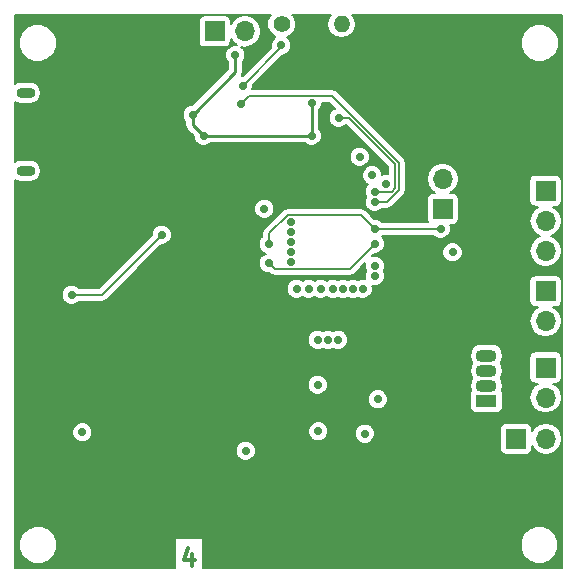
<source format=gbr>
G04 #@! TF.FileFunction,Copper,L4,Bot,Signal*
%FSLAX46Y46*%
G04 Gerber Fmt 4.6, Leading zero omitted, Abs format (unit mm)*
G04 Created by KiCad (PCBNEW 4.0.6) date 03/11/18 13:26:33*
%MOMM*%
%LPD*%
G01*
G04 APERTURE LIST*
%ADD10C,0.100000*%
%ADD11C,0.300000*%
%ADD12R,1.700000X1.700000*%
%ADD13O,1.700000X1.700000*%
%ADD14R,1.800000X1.070000*%
%ADD15O,1.800000X1.070000*%
%ADD16O,1.600000X0.900000*%
%ADD17C,1.400000*%
%ADD18O,1.400000X1.400000*%
%ADD19C,0.700000*%
%ADD20C,0.254000*%
%ADD21C,0.152400*%
%ADD22C,0.200000*%
G04 APERTURE END LIST*
D10*
D11*
X82585715Y-105278571D02*
X82585715Y-106278571D01*
X82228572Y-104707143D02*
X81871429Y-105778571D01*
X82800001Y-105778571D01*
D12*
X84500000Y-61000000D03*
D13*
X87040000Y-61000000D03*
D14*
X107500000Y-92270000D03*
D15*
X107500000Y-91000000D03*
X107500000Y-89730000D03*
X107500000Y-88460000D03*
D12*
X112500000Y-83000000D03*
D13*
X112500000Y-85540000D03*
D12*
X112500000Y-89460000D03*
D13*
X112500000Y-92000000D03*
D12*
X110000000Y-95500000D03*
D13*
X112540000Y-95500000D03*
D16*
X68475000Y-66200000D03*
X68475000Y-72800000D03*
D12*
X103800000Y-76040000D03*
D13*
X103800000Y-73500000D03*
D12*
X112500000Y-74500000D03*
D13*
X112500000Y-77040000D03*
X112500000Y-79580000D03*
D17*
X90150000Y-60400000D03*
D18*
X95230000Y-60400000D03*
D19*
X92710000Y-67056000D03*
X92710000Y-69850000D03*
X83566000Y-69850000D03*
X86225000Y-63000000D03*
X82625000Y-68075000D03*
X80400000Y-89950000D03*
X91050000Y-95000000D03*
X89916000Y-74930000D03*
X89916000Y-73660000D03*
X96200000Y-100500000D03*
X84200000Y-100500000D03*
X72300000Y-100500000D03*
X71000000Y-91700000D03*
X69000000Y-91700000D03*
X86029602Y-85368580D03*
X91100000Y-91900000D03*
X91100000Y-88000000D03*
X97100000Y-86800000D03*
X103200000Y-94300000D03*
X105000000Y-85500000D03*
X107100000Y-74400000D03*
X104300000Y-68000000D03*
X108300000Y-66600000D03*
X90932000Y-77960791D03*
X97200000Y-95050000D03*
X91440000Y-82804000D03*
X97810000Y-73180000D03*
X73290000Y-94950000D03*
X87110000Y-96520000D03*
X98950000Y-73920000D03*
X90932000Y-79665597D03*
X90932000Y-78813194D03*
X90932000Y-80518000D03*
X72390000Y-83312000D03*
X80010000Y-78232000D03*
X89075000Y-79000000D03*
X103632000Y-77724000D03*
X98044000Y-77724000D03*
X89080000Y-80620000D03*
X98044000Y-78994000D03*
X90125000Y-62175000D03*
X86875000Y-65600000D03*
X96774000Y-71628000D03*
X97028000Y-82804000D03*
X88700000Y-76025000D03*
X93472000Y-82804000D03*
X94996000Y-68326000D03*
X98044000Y-74585597D03*
X93250000Y-94850000D03*
X93218000Y-90932000D03*
X94470791Y-82804000D03*
X93218000Y-87122000D03*
X95323194Y-82804000D03*
X98044000Y-75438000D03*
X86673768Y-67173031D03*
X104625000Y-79700000D03*
X92456000Y-82804000D03*
X94070403Y-87122000D03*
X96175597Y-82804000D03*
X98300000Y-92150000D03*
X98044000Y-81714806D03*
X90932000Y-77108388D03*
X94922806Y-87122000D03*
X98044000Y-80862403D03*
D20*
X92710000Y-69850000D02*
X92710000Y-67056000D01*
X83566000Y-69850000D02*
X92710000Y-69850000D01*
X82625000Y-68075000D02*
X82625000Y-68909000D01*
X82625000Y-68909000D02*
X83566000Y-69850000D01*
X82625000Y-68075000D02*
X86225000Y-64475000D01*
X86225000Y-64475000D02*
X86225000Y-63000000D01*
X91100000Y-88000000D02*
X91100000Y-88494974D01*
X91100000Y-88494974D02*
X91200000Y-88594974D01*
D21*
X80010000Y-78232000D02*
X74930000Y-83312000D01*
X74930000Y-83312000D02*
X72390000Y-83312000D01*
X98044000Y-77724000D02*
X96849787Y-76529787D01*
X96849787Y-76529787D02*
X90654271Y-76529787D01*
X90654271Y-76529787D02*
X89075000Y-78109058D01*
X89075000Y-78109058D02*
X89075000Y-79000000D01*
X98044000Y-77724000D02*
X103632000Y-77724000D01*
X98044000Y-78994000D02*
X95941399Y-81096601D01*
X95941399Y-81096601D02*
X89556601Y-81096601D01*
X89556601Y-81096601D02*
X89080000Y-80620000D01*
X86875000Y-65600000D02*
X90125000Y-62350000D01*
X90125000Y-62350000D02*
X90125000Y-62175000D01*
X94996000Y-68326000D02*
X95834934Y-68326000D01*
X95834934Y-68326000D02*
X99771190Y-72262256D01*
X99481337Y-74585597D02*
X98044000Y-74585597D01*
X96184933Y-68675999D02*
X99771190Y-72262256D01*
X99771190Y-72262256D02*
X99771190Y-74295744D01*
X99771190Y-74295744D02*
X99481337Y-74585597D01*
X86673768Y-67173031D02*
X87369400Y-66477399D01*
X87369400Y-66477399D02*
X94417399Y-66477399D01*
X100076000Y-74422000D02*
X99060000Y-75438000D01*
X94417399Y-66477399D02*
X100076000Y-72136000D01*
X100076000Y-72136000D02*
X100076000Y-74422000D01*
X99060000Y-75438000D02*
X98044000Y-75438000D01*
D22*
G36*
X89133283Y-59719367D02*
X88950209Y-60160258D01*
X88949793Y-60637647D01*
X89132097Y-61078857D01*
X89469367Y-61416717D01*
X89619166Y-61478919D01*
X89404826Y-61692885D01*
X89275148Y-62005183D01*
X89274853Y-62343334D01*
X89287116Y-62373014D01*
X86910100Y-64750030D01*
X86780903Y-64749918D01*
X86804273Y-64714942D01*
X86852000Y-64475000D01*
X86852000Y-63575127D01*
X86945174Y-63482115D01*
X87074852Y-63169817D01*
X87075147Y-62831666D01*
X86946015Y-62519143D01*
X86744989Y-62317767D01*
X87040000Y-62376448D01*
X87556623Y-62273685D01*
X87994594Y-61981042D01*
X88287237Y-61543071D01*
X88390000Y-61026448D01*
X88390000Y-60973552D01*
X88287237Y-60456929D01*
X87994594Y-60018958D01*
X87556623Y-59726315D01*
X87040000Y-59623552D01*
X86523377Y-59726315D01*
X86085406Y-60018958D01*
X85859795Y-60356609D01*
X85859795Y-60150000D01*
X85824931Y-59964711D01*
X85715425Y-59794535D01*
X85548339Y-59680370D01*
X85350000Y-59640205D01*
X83650000Y-59640205D01*
X83464711Y-59675069D01*
X83294535Y-59784575D01*
X83180370Y-59951661D01*
X83140205Y-60150000D01*
X83140205Y-61850000D01*
X83175069Y-62035289D01*
X83284575Y-62205465D01*
X83451661Y-62319630D01*
X83650000Y-62359795D01*
X85350000Y-62359795D01*
X85535289Y-62324931D01*
X85705465Y-62215425D01*
X85819630Y-62048339D01*
X85859795Y-61850000D01*
X85859795Y-61643391D01*
X86085406Y-61981042D01*
X86338417Y-62150099D01*
X86056666Y-62149853D01*
X85744143Y-62278985D01*
X85504826Y-62517885D01*
X85375148Y-62830183D01*
X85374853Y-63168334D01*
X85503985Y-63480857D01*
X85598000Y-63575036D01*
X85598000Y-64215288D01*
X82588320Y-67224968D01*
X82456666Y-67224853D01*
X82144143Y-67353985D01*
X81904826Y-67592885D01*
X81775148Y-67905183D01*
X81774853Y-68243334D01*
X81903985Y-68555857D01*
X81998000Y-68650036D01*
X81998000Y-68909000D01*
X82045728Y-69148943D01*
X82127102Y-69270728D01*
X82181644Y-69352356D01*
X82715968Y-69886680D01*
X82715853Y-70018334D01*
X82844985Y-70330857D01*
X83083885Y-70570174D01*
X83396183Y-70699852D01*
X83734334Y-70700147D01*
X84046857Y-70571015D01*
X84141036Y-70477000D01*
X92134873Y-70477000D01*
X92227885Y-70570174D01*
X92540183Y-70699852D01*
X92878334Y-70700147D01*
X93190857Y-70571015D01*
X93430174Y-70332115D01*
X93559852Y-70019817D01*
X93560147Y-69681666D01*
X93431015Y-69369143D01*
X93337000Y-69274964D01*
X93337000Y-67631127D01*
X93430174Y-67538115D01*
X93559852Y-67225817D01*
X93560002Y-67053599D01*
X94178729Y-67053599D01*
X94667261Y-67542131D01*
X94515143Y-67604985D01*
X94275826Y-67843885D01*
X94146148Y-68156183D01*
X94145853Y-68494334D01*
X94274985Y-68806857D01*
X94513885Y-69046174D01*
X94826183Y-69175852D01*
X95164334Y-69176147D01*
X95476857Y-69047015D01*
X95609083Y-68915019D01*
X99194990Y-72500926D01*
X99194990Y-73101363D01*
X99119817Y-73070148D01*
X98781666Y-73069853D01*
X98660052Y-73120103D01*
X98660147Y-73011666D01*
X98531015Y-72699143D01*
X98292115Y-72459826D01*
X97979817Y-72330148D01*
X97641666Y-72329853D01*
X97329143Y-72458985D01*
X97089826Y-72697885D01*
X96960148Y-73010183D01*
X96959853Y-73348334D01*
X97088985Y-73660857D01*
X97327885Y-73900174D01*
X97468852Y-73958709D01*
X97323826Y-74103482D01*
X97194148Y-74415780D01*
X97193853Y-74753931D01*
X97300505Y-75012048D01*
X97194148Y-75268183D01*
X97193853Y-75606334D01*
X97322985Y-75918857D01*
X97561885Y-76158174D01*
X97874183Y-76287852D01*
X98212334Y-76288147D01*
X98524857Y-76159015D01*
X98669925Y-76014200D01*
X99060000Y-76014200D01*
X99280502Y-75970339D01*
X99467435Y-75845435D01*
X100483435Y-74829435D01*
X100608339Y-74642502D01*
X100652200Y-74422000D01*
X100652200Y-72136000D01*
X100608339Y-71915498D01*
X100483435Y-71728565D01*
X94824834Y-66069964D01*
X94637901Y-65945060D01*
X94417399Y-65901199D01*
X87670297Y-65901199D01*
X87724852Y-65769817D01*
X87725031Y-65564839D01*
X90264748Y-63025122D01*
X90293334Y-63025147D01*
X90605857Y-62896015D01*
X90845174Y-62657115D01*
X90974852Y-62344817D01*
X90974876Y-62316863D01*
X110399723Y-62316863D01*
X110642795Y-62905143D01*
X111092489Y-63355623D01*
X111680344Y-63599722D01*
X112316863Y-63600277D01*
X112905143Y-63357205D01*
X113355623Y-62907511D01*
X113599722Y-62319656D01*
X113600277Y-61683137D01*
X113357205Y-61094857D01*
X112907511Y-60644377D01*
X112319656Y-60400278D01*
X111683137Y-60399723D01*
X111094857Y-60642795D01*
X110644377Y-61092489D01*
X110400278Y-61680344D01*
X110399723Y-62316863D01*
X90974876Y-62316863D01*
X90975147Y-62006666D01*
X90846015Y-61694143D01*
X90645773Y-61493552D01*
X90828857Y-61417903D01*
X91166717Y-61080633D01*
X91349791Y-60639742D01*
X91350207Y-60162353D01*
X91167903Y-59721143D01*
X91022015Y-59575000D01*
X94342242Y-59575000D01*
X94097836Y-59940780D01*
X94006491Y-60400000D01*
X94097836Y-60859220D01*
X94357963Y-61248528D01*
X94747271Y-61508655D01*
X95206491Y-61600000D01*
X95253509Y-61600000D01*
X95712729Y-61508655D01*
X96102037Y-61248528D01*
X96362164Y-60859220D01*
X96453509Y-60400000D01*
X96362164Y-59940780D01*
X96117758Y-59575000D01*
X113925000Y-59575000D01*
X113925000Y-106425000D01*
X83514286Y-106425000D01*
X83514286Y-104816863D01*
X110379723Y-104816863D01*
X110622795Y-105405143D01*
X111072489Y-105855623D01*
X111660344Y-106099722D01*
X112296863Y-106100277D01*
X112885143Y-105857205D01*
X113335623Y-105407511D01*
X113579722Y-104819656D01*
X113580277Y-104183137D01*
X113337205Y-103594857D01*
X112887511Y-103144377D01*
X112299656Y-102900278D01*
X111663137Y-102899723D01*
X111074857Y-103142795D01*
X110624377Y-103592489D01*
X110380278Y-104180344D01*
X110379723Y-104816863D01*
X83514286Y-104816863D01*
X83514286Y-103900000D01*
X81085715Y-103900000D01*
X81085715Y-106425000D01*
X67575000Y-106425000D01*
X67575000Y-104816863D01*
X67949723Y-104816863D01*
X68192795Y-105405143D01*
X68642489Y-105855623D01*
X69230344Y-106099722D01*
X69866863Y-106100277D01*
X70455143Y-105857205D01*
X70905623Y-105407511D01*
X71149722Y-104819656D01*
X71150277Y-104183137D01*
X70907205Y-103594857D01*
X70457511Y-103144377D01*
X69869656Y-102900278D01*
X69233137Y-102899723D01*
X68644857Y-103142795D01*
X68194377Y-103592489D01*
X67950278Y-104180344D01*
X67949723Y-104816863D01*
X67575000Y-104816863D01*
X67575000Y-96688334D01*
X86259853Y-96688334D01*
X86388985Y-97000857D01*
X86627885Y-97240174D01*
X86940183Y-97369852D01*
X87278334Y-97370147D01*
X87590857Y-97241015D01*
X87830174Y-97002115D01*
X87959852Y-96689817D01*
X87960147Y-96351666D01*
X87831015Y-96039143D01*
X87592115Y-95799826D01*
X87279817Y-95670148D01*
X86941666Y-95669853D01*
X86629143Y-95798985D01*
X86389826Y-96037885D01*
X86260148Y-96350183D01*
X86259853Y-96688334D01*
X67575000Y-96688334D01*
X67575000Y-95118334D01*
X72439853Y-95118334D01*
X72568985Y-95430857D01*
X72807885Y-95670174D01*
X73120183Y-95799852D01*
X73458334Y-95800147D01*
X73770857Y-95671015D01*
X74010174Y-95432115D01*
X74139852Y-95119817D01*
X74139940Y-95018334D01*
X92399853Y-95018334D01*
X92528985Y-95330857D01*
X92767885Y-95570174D01*
X93080183Y-95699852D01*
X93418334Y-95700147D01*
X93730857Y-95571015D01*
X93970174Y-95332115D01*
X94017420Y-95218334D01*
X96349853Y-95218334D01*
X96478985Y-95530857D01*
X96717885Y-95770174D01*
X97030183Y-95899852D01*
X97368334Y-95900147D01*
X97680857Y-95771015D01*
X97920174Y-95532115D01*
X98049852Y-95219817D01*
X98050147Y-94881666D01*
X97954425Y-94650000D01*
X108640205Y-94650000D01*
X108640205Y-96350000D01*
X108675069Y-96535289D01*
X108784575Y-96705465D01*
X108951661Y-96819630D01*
X109150000Y-96859795D01*
X110850000Y-96859795D01*
X111035289Y-96824931D01*
X111205465Y-96715425D01*
X111319630Y-96548339D01*
X111359795Y-96350000D01*
X111359795Y-96143391D01*
X111585406Y-96481042D01*
X112023377Y-96773685D01*
X112540000Y-96876448D01*
X113056623Y-96773685D01*
X113494594Y-96481042D01*
X113787237Y-96043071D01*
X113890000Y-95526448D01*
X113890000Y-95473552D01*
X113787237Y-94956929D01*
X113494594Y-94518958D01*
X113056623Y-94226315D01*
X112540000Y-94123552D01*
X112023377Y-94226315D01*
X111585406Y-94518958D01*
X111359795Y-94856609D01*
X111359795Y-94650000D01*
X111324931Y-94464711D01*
X111215425Y-94294535D01*
X111048339Y-94180370D01*
X110850000Y-94140205D01*
X109150000Y-94140205D01*
X108964711Y-94175069D01*
X108794535Y-94284575D01*
X108680370Y-94451661D01*
X108640205Y-94650000D01*
X97954425Y-94650000D01*
X97921015Y-94569143D01*
X97682115Y-94329826D01*
X97369817Y-94200148D01*
X97031666Y-94199853D01*
X96719143Y-94328985D01*
X96479826Y-94567885D01*
X96350148Y-94880183D01*
X96349853Y-95218334D01*
X94017420Y-95218334D01*
X94099852Y-95019817D01*
X94100147Y-94681666D01*
X93971015Y-94369143D01*
X93732115Y-94129826D01*
X93419817Y-94000148D01*
X93081666Y-93999853D01*
X92769143Y-94128985D01*
X92529826Y-94367885D01*
X92400148Y-94680183D01*
X92399853Y-95018334D01*
X74139940Y-95018334D01*
X74140147Y-94781666D01*
X74011015Y-94469143D01*
X73772115Y-94229826D01*
X73459817Y-94100148D01*
X73121666Y-94099853D01*
X72809143Y-94228985D01*
X72569826Y-94467885D01*
X72440148Y-94780183D01*
X72439853Y-95118334D01*
X67575000Y-95118334D01*
X67575000Y-92318334D01*
X97449853Y-92318334D01*
X97578985Y-92630857D01*
X97817885Y-92870174D01*
X98130183Y-92999852D01*
X98468334Y-93000147D01*
X98780857Y-92871015D01*
X99020174Y-92632115D01*
X99149852Y-92319817D01*
X99150147Y-91981666D01*
X99021015Y-91669143D01*
X98782115Y-91429826D01*
X98469817Y-91300148D01*
X98131666Y-91299853D01*
X97819143Y-91428985D01*
X97579826Y-91667885D01*
X97450148Y-91980183D01*
X97449853Y-92318334D01*
X67575000Y-92318334D01*
X67575000Y-91100334D01*
X92367853Y-91100334D01*
X92496985Y-91412857D01*
X92735885Y-91652174D01*
X93048183Y-91781852D01*
X93386334Y-91782147D01*
X93698857Y-91653015D01*
X93938174Y-91414115D01*
X94067852Y-91101817D01*
X94068147Y-90763666D01*
X93939015Y-90451143D01*
X93700115Y-90211826D01*
X93387817Y-90082148D01*
X93049666Y-90081853D01*
X92737143Y-90210985D01*
X92497826Y-90449885D01*
X92368148Y-90762183D01*
X92367853Y-91100334D01*
X67575000Y-91100334D01*
X67575000Y-88460000D01*
X106072572Y-88460000D01*
X106151357Y-88856077D01*
X106310999Y-89095000D01*
X106151357Y-89333923D01*
X106072572Y-89730000D01*
X106151357Y-90126077D01*
X106310999Y-90365000D01*
X106151357Y-90603923D01*
X106072572Y-91000000D01*
X106151357Y-91396077D01*
X106188473Y-91451625D01*
X106130370Y-91536661D01*
X106090205Y-91735000D01*
X106090205Y-92805000D01*
X106125069Y-92990289D01*
X106234575Y-93160465D01*
X106401661Y-93274630D01*
X106600000Y-93314795D01*
X108400000Y-93314795D01*
X108585289Y-93279931D01*
X108755465Y-93170425D01*
X108869630Y-93003339D01*
X108909795Y-92805000D01*
X108909795Y-92000000D01*
X111123552Y-92000000D01*
X111226315Y-92516623D01*
X111518958Y-92954594D01*
X111956929Y-93247237D01*
X112473552Y-93350000D01*
X112526448Y-93350000D01*
X113043071Y-93247237D01*
X113481042Y-92954594D01*
X113773685Y-92516623D01*
X113876448Y-92000000D01*
X113773685Y-91483377D01*
X113481042Y-91045406D01*
X113143391Y-90819795D01*
X113350000Y-90819795D01*
X113535289Y-90784931D01*
X113705465Y-90675425D01*
X113819630Y-90508339D01*
X113859795Y-90310000D01*
X113859795Y-88610000D01*
X113824931Y-88424711D01*
X113715425Y-88254535D01*
X113548339Y-88140370D01*
X113350000Y-88100205D01*
X111650000Y-88100205D01*
X111464711Y-88135069D01*
X111294535Y-88244575D01*
X111180370Y-88411661D01*
X111140205Y-88610000D01*
X111140205Y-90310000D01*
X111175069Y-90495289D01*
X111284575Y-90665465D01*
X111451661Y-90779630D01*
X111650000Y-90819795D01*
X111856609Y-90819795D01*
X111518958Y-91045406D01*
X111226315Y-91483377D01*
X111123552Y-92000000D01*
X108909795Y-92000000D01*
X108909795Y-91735000D01*
X108874931Y-91549711D01*
X108811673Y-91451406D01*
X108848643Y-91396077D01*
X108927428Y-91000000D01*
X108848643Y-90603923D01*
X108689001Y-90365000D01*
X108848643Y-90126077D01*
X108927428Y-89730000D01*
X108848643Y-89333923D01*
X108689001Y-89095000D01*
X108848643Y-88856077D01*
X108927428Y-88460000D01*
X108848643Y-88063923D01*
X108624284Y-87728144D01*
X108288505Y-87503785D01*
X107892428Y-87425000D01*
X107107572Y-87425000D01*
X106711495Y-87503785D01*
X106375716Y-87728144D01*
X106151357Y-88063923D01*
X106072572Y-88460000D01*
X67575000Y-88460000D01*
X67575000Y-87290334D01*
X92367853Y-87290334D01*
X92496985Y-87602857D01*
X92735885Y-87842174D01*
X93048183Y-87971852D01*
X93386334Y-87972147D01*
X93644451Y-87865495D01*
X93900586Y-87971852D01*
X94238737Y-87972147D01*
X94496854Y-87865495D01*
X94752989Y-87971852D01*
X95091140Y-87972147D01*
X95403663Y-87843015D01*
X95642980Y-87604115D01*
X95772658Y-87291817D01*
X95772953Y-86953666D01*
X95643821Y-86641143D01*
X95404921Y-86401826D01*
X95092623Y-86272148D01*
X94754472Y-86271853D01*
X94496355Y-86378505D01*
X94240220Y-86272148D01*
X93902069Y-86271853D01*
X93643952Y-86378505D01*
X93387817Y-86272148D01*
X93049666Y-86271853D01*
X92737143Y-86400985D01*
X92497826Y-86639885D01*
X92368148Y-86952183D01*
X92367853Y-87290334D01*
X67575000Y-87290334D01*
X67575000Y-85540000D01*
X111123552Y-85540000D01*
X111226315Y-86056623D01*
X111518958Y-86494594D01*
X111956929Y-86787237D01*
X112473552Y-86890000D01*
X112526448Y-86890000D01*
X113043071Y-86787237D01*
X113481042Y-86494594D01*
X113773685Y-86056623D01*
X113876448Y-85540000D01*
X113773685Y-85023377D01*
X113481042Y-84585406D01*
X113143391Y-84359795D01*
X113350000Y-84359795D01*
X113535289Y-84324931D01*
X113705465Y-84215425D01*
X113819630Y-84048339D01*
X113859795Y-83850000D01*
X113859795Y-82150000D01*
X113824931Y-81964711D01*
X113715425Y-81794535D01*
X113548339Y-81680370D01*
X113350000Y-81640205D01*
X111650000Y-81640205D01*
X111464711Y-81675069D01*
X111294535Y-81784575D01*
X111180370Y-81951661D01*
X111140205Y-82150000D01*
X111140205Y-83850000D01*
X111175069Y-84035289D01*
X111284575Y-84205465D01*
X111451661Y-84319630D01*
X111650000Y-84359795D01*
X111856609Y-84359795D01*
X111518958Y-84585406D01*
X111226315Y-85023377D01*
X111123552Y-85540000D01*
X67575000Y-85540000D01*
X67575000Y-83480334D01*
X71539853Y-83480334D01*
X71668985Y-83792857D01*
X71907885Y-84032174D01*
X72220183Y-84161852D01*
X72558334Y-84162147D01*
X72870857Y-84033015D01*
X73015925Y-83888200D01*
X74930000Y-83888200D01*
X75150502Y-83844339D01*
X75337435Y-83719435D01*
X79888536Y-79168334D01*
X88224853Y-79168334D01*
X88353985Y-79480857D01*
X88592885Y-79720174D01*
X88811849Y-79811096D01*
X88599143Y-79898985D01*
X88359826Y-80137885D01*
X88230148Y-80450183D01*
X88229853Y-80788334D01*
X88358985Y-81100857D01*
X88597885Y-81340174D01*
X88910183Y-81469852D01*
X89115161Y-81470031D01*
X89149166Y-81504036D01*
X89336099Y-81628940D01*
X89556601Y-81672801D01*
X95941399Y-81672801D01*
X96161901Y-81628940D01*
X96348834Y-81504036D01*
X97218195Y-80634675D01*
X97194148Y-80692586D01*
X97193853Y-81030737D01*
X97300505Y-81288854D01*
X97194148Y-81544989D01*
X97193853Y-81883140D01*
X97228448Y-81966867D01*
X97197817Y-81954148D01*
X96859666Y-81953853D01*
X96601549Y-82060505D01*
X96345414Y-81954148D01*
X96007263Y-81953853D01*
X95749146Y-82060505D01*
X95493011Y-81954148D01*
X95154860Y-81953853D01*
X94896743Y-82060505D01*
X94640608Y-81954148D01*
X94302457Y-81953853D01*
X93989934Y-82082985D01*
X93971573Y-82101314D01*
X93954115Y-82083826D01*
X93641817Y-81954148D01*
X93303666Y-81953853D01*
X92991143Y-82082985D01*
X92964162Y-82109919D01*
X92938115Y-82083826D01*
X92625817Y-81954148D01*
X92287666Y-81953853D01*
X91975143Y-82082985D01*
X91948162Y-82109919D01*
X91922115Y-82083826D01*
X91609817Y-81954148D01*
X91271666Y-81953853D01*
X90959143Y-82082985D01*
X90719826Y-82321885D01*
X90590148Y-82634183D01*
X90589853Y-82972334D01*
X90718985Y-83284857D01*
X90957885Y-83524174D01*
X91270183Y-83653852D01*
X91608334Y-83654147D01*
X91920857Y-83525015D01*
X91947838Y-83498081D01*
X91973885Y-83524174D01*
X92286183Y-83653852D01*
X92624334Y-83654147D01*
X92936857Y-83525015D01*
X92963838Y-83498081D01*
X92989885Y-83524174D01*
X93302183Y-83653852D01*
X93640334Y-83654147D01*
X93952857Y-83525015D01*
X93971218Y-83506686D01*
X93988676Y-83524174D01*
X94300974Y-83653852D01*
X94639125Y-83654147D01*
X94897242Y-83547495D01*
X95153377Y-83653852D01*
X95491528Y-83654147D01*
X95749645Y-83547495D01*
X96005780Y-83653852D01*
X96343931Y-83654147D01*
X96602048Y-83547495D01*
X96858183Y-83653852D01*
X97196334Y-83654147D01*
X97508857Y-83525015D01*
X97748174Y-83286115D01*
X97877852Y-82973817D01*
X97878147Y-82635666D01*
X97843552Y-82551939D01*
X97874183Y-82564658D01*
X98212334Y-82564953D01*
X98524857Y-82435821D01*
X98764174Y-82196921D01*
X98893852Y-81884623D01*
X98894147Y-81546472D01*
X98787495Y-81288355D01*
X98893852Y-81032220D01*
X98894147Y-80694069D01*
X98765015Y-80381546D01*
X98526115Y-80142229D01*
X98213817Y-80012551D01*
X97875666Y-80012256D01*
X97815933Y-80036937D01*
X97984536Y-79868334D01*
X103774853Y-79868334D01*
X103903985Y-80180857D01*
X104142885Y-80420174D01*
X104455183Y-80549852D01*
X104793334Y-80550147D01*
X105105857Y-80421015D01*
X105345174Y-80182115D01*
X105474852Y-79869817D01*
X105475147Y-79531666D01*
X105346015Y-79219143D01*
X105107115Y-78979826D01*
X104794817Y-78850148D01*
X104456666Y-78849853D01*
X104144143Y-78978985D01*
X103904826Y-79217885D01*
X103775148Y-79530183D01*
X103774853Y-79868334D01*
X97984536Y-79868334D01*
X98008900Y-79843970D01*
X98212334Y-79844147D01*
X98524857Y-79715015D01*
X98764174Y-79476115D01*
X98893852Y-79163817D01*
X98894147Y-78825666D01*
X98765015Y-78513143D01*
X98611081Y-78358941D01*
X98669925Y-78300200D01*
X103006162Y-78300200D01*
X103149885Y-78444174D01*
X103462183Y-78573852D01*
X103800334Y-78574147D01*
X104112857Y-78445015D01*
X104352174Y-78206115D01*
X104481852Y-77893817D01*
X104482147Y-77555666D01*
X104417742Y-77399795D01*
X104650000Y-77399795D01*
X104835289Y-77364931D01*
X105005465Y-77255425D01*
X105119630Y-77088339D01*
X105129418Y-77040000D01*
X111123552Y-77040000D01*
X111226315Y-77556623D01*
X111518958Y-77994594D01*
X111956929Y-78287237D01*
X112071366Y-78310000D01*
X111956929Y-78332763D01*
X111518958Y-78625406D01*
X111226315Y-79063377D01*
X111123552Y-79580000D01*
X111226315Y-80096623D01*
X111518958Y-80534594D01*
X111956929Y-80827237D01*
X112473552Y-80930000D01*
X112526448Y-80930000D01*
X113043071Y-80827237D01*
X113481042Y-80534594D01*
X113773685Y-80096623D01*
X113876448Y-79580000D01*
X113773685Y-79063377D01*
X113481042Y-78625406D01*
X113043071Y-78332763D01*
X112928634Y-78310000D01*
X113043071Y-78287237D01*
X113481042Y-77994594D01*
X113773685Y-77556623D01*
X113876448Y-77040000D01*
X113773685Y-76523377D01*
X113481042Y-76085406D01*
X113143391Y-75859795D01*
X113350000Y-75859795D01*
X113535289Y-75824931D01*
X113705465Y-75715425D01*
X113819630Y-75548339D01*
X113859795Y-75350000D01*
X113859795Y-73650000D01*
X113824931Y-73464711D01*
X113715425Y-73294535D01*
X113548339Y-73180370D01*
X113350000Y-73140205D01*
X111650000Y-73140205D01*
X111464711Y-73175069D01*
X111294535Y-73284575D01*
X111180370Y-73451661D01*
X111140205Y-73650000D01*
X111140205Y-75350000D01*
X111175069Y-75535289D01*
X111284575Y-75705465D01*
X111451661Y-75819630D01*
X111650000Y-75859795D01*
X111856609Y-75859795D01*
X111518958Y-76085406D01*
X111226315Y-76523377D01*
X111123552Y-77040000D01*
X105129418Y-77040000D01*
X105159795Y-76890000D01*
X105159795Y-75190000D01*
X105124931Y-75004711D01*
X105015425Y-74834535D01*
X104848339Y-74720370D01*
X104650000Y-74680205D01*
X104443391Y-74680205D01*
X104781042Y-74454594D01*
X105073685Y-74016623D01*
X105176448Y-73500000D01*
X105073685Y-72983377D01*
X104781042Y-72545406D01*
X104343071Y-72252763D01*
X103826448Y-72150000D01*
X103773552Y-72150000D01*
X103256929Y-72252763D01*
X102818958Y-72545406D01*
X102526315Y-72983377D01*
X102423552Y-73500000D01*
X102526315Y-74016623D01*
X102818958Y-74454594D01*
X103156609Y-74680205D01*
X102950000Y-74680205D01*
X102764711Y-74715069D01*
X102594535Y-74824575D01*
X102480370Y-74991661D01*
X102440205Y-75190000D01*
X102440205Y-76890000D01*
X102475069Y-77075289D01*
X102521729Y-77147800D01*
X98669838Y-77147800D01*
X98526115Y-77003826D01*
X98213817Y-76874148D01*
X98008839Y-76873969D01*
X97257222Y-76122352D01*
X97070289Y-75997448D01*
X96849787Y-75953587D01*
X90654271Y-75953587D01*
X90433769Y-75997448D01*
X90246836Y-76122352D01*
X88667565Y-77701623D01*
X88542661Y-77888556D01*
X88498800Y-78109058D01*
X88498800Y-78374162D01*
X88354826Y-78517885D01*
X88225148Y-78830183D01*
X88224853Y-79168334D01*
X79888536Y-79168334D01*
X79974900Y-79081970D01*
X80178334Y-79082147D01*
X80490857Y-78953015D01*
X80730174Y-78714115D01*
X80859852Y-78401817D01*
X80860147Y-78063666D01*
X80731015Y-77751143D01*
X80492115Y-77511826D01*
X80179817Y-77382148D01*
X79841666Y-77381853D01*
X79529143Y-77510985D01*
X79289826Y-77749885D01*
X79160148Y-78062183D01*
X79159969Y-78267161D01*
X74691330Y-82735800D01*
X73015838Y-82735800D01*
X72872115Y-82591826D01*
X72559817Y-82462148D01*
X72221666Y-82461853D01*
X71909143Y-82590985D01*
X71669826Y-82829885D01*
X71540148Y-83142183D01*
X71539853Y-83480334D01*
X67575000Y-83480334D01*
X67575000Y-76193334D01*
X87849853Y-76193334D01*
X87978985Y-76505857D01*
X88217885Y-76745174D01*
X88530183Y-76874852D01*
X88868334Y-76875147D01*
X89180857Y-76746015D01*
X89420174Y-76507115D01*
X89549852Y-76194817D01*
X89550147Y-75856666D01*
X89421015Y-75544143D01*
X89182115Y-75304826D01*
X88869817Y-75175148D01*
X88531666Y-75174853D01*
X88219143Y-75303985D01*
X87979826Y-75542885D01*
X87850148Y-75855183D01*
X87849853Y-76193334D01*
X67575000Y-76193334D01*
X67575000Y-73570121D01*
X67735982Y-73677686D01*
X68099531Y-73750000D01*
X68850469Y-73750000D01*
X69214018Y-73677686D01*
X69522220Y-73471751D01*
X69728155Y-73163549D01*
X69800469Y-72800000D01*
X69728155Y-72436451D01*
X69522220Y-72128249D01*
X69214018Y-71922314D01*
X68850469Y-71850000D01*
X68099531Y-71850000D01*
X67735982Y-71922314D01*
X67575000Y-72029879D01*
X67575000Y-71796334D01*
X95923853Y-71796334D01*
X96052985Y-72108857D01*
X96291885Y-72348174D01*
X96604183Y-72477852D01*
X96942334Y-72478147D01*
X97254857Y-72349015D01*
X97494174Y-72110115D01*
X97623852Y-71797817D01*
X97624147Y-71459666D01*
X97495015Y-71147143D01*
X97256115Y-70907826D01*
X96943817Y-70778148D01*
X96605666Y-70777853D01*
X96293143Y-70906985D01*
X96053826Y-71145885D01*
X95924148Y-71458183D01*
X95923853Y-71796334D01*
X67575000Y-71796334D01*
X67575000Y-66970121D01*
X67735982Y-67077686D01*
X68099531Y-67150000D01*
X68850469Y-67150000D01*
X69214018Y-67077686D01*
X69522220Y-66871751D01*
X69728155Y-66563549D01*
X69800469Y-66200000D01*
X69728155Y-65836451D01*
X69522220Y-65528249D01*
X69214018Y-65322314D01*
X68850469Y-65250000D01*
X68099531Y-65250000D01*
X67735982Y-65322314D01*
X67575000Y-65429879D01*
X67575000Y-62316863D01*
X67899723Y-62316863D01*
X68142795Y-62905143D01*
X68592489Y-63355623D01*
X69180344Y-63599722D01*
X69816863Y-63600277D01*
X70405143Y-63357205D01*
X70855623Y-62907511D01*
X71099722Y-62319656D01*
X71100277Y-61683137D01*
X70857205Y-61094857D01*
X70407511Y-60644377D01*
X69819656Y-60400278D01*
X69183137Y-60399723D01*
X68594857Y-60642795D01*
X68144377Y-61092489D01*
X67900278Y-61680344D01*
X67899723Y-62316863D01*
X67575000Y-62316863D01*
X67575000Y-59575000D01*
X89277903Y-59575000D01*
X89133283Y-59719367D01*
X89133283Y-59719367D01*
G37*
X89133283Y-59719367D02*
X88950209Y-60160258D01*
X88949793Y-60637647D01*
X89132097Y-61078857D01*
X89469367Y-61416717D01*
X89619166Y-61478919D01*
X89404826Y-61692885D01*
X89275148Y-62005183D01*
X89274853Y-62343334D01*
X89287116Y-62373014D01*
X86910100Y-64750030D01*
X86780903Y-64749918D01*
X86804273Y-64714942D01*
X86852000Y-64475000D01*
X86852000Y-63575127D01*
X86945174Y-63482115D01*
X87074852Y-63169817D01*
X87075147Y-62831666D01*
X86946015Y-62519143D01*
X86744989Y-62317767D01*
X87040000Y-62376448D01*
X87556623Y-62273685D01*
X87994594Y-61981042D01*
X88287237Y-61543071D01*
X88390000Y-61026448D01*
X88390000Y-60973552D01*
X88287237Y-60456929D01*
X87994594Y-60018958D01*
X87556623Y-59726315D01*
X87040000Y-59623552D01*
X86523377Y-59726315D01*
X86085406Y-60018958D01*
X85859795Y-60356609D01*
X85859795Y-60150000D01*
X85824931Y-59964711D01*
X85715425Y-59794535D01*
X85548339Y-59680370D01*
X85350000Y-59640205D01*
X83650000Y-59640205D01*
X83464711Y-59675069D01*
X83294535Y-59784575D01*
X83180370Y-59951661D01*
X83140205Y-60150000D01*
X83140205Y-61850000D01*
X83175069Y-62035289D01*
X83284575Y-62205465D01*
X83451661Y-62319630D01*
X83650000Y-62359795D01*
X85350000Y-62359795D01*
X85535289Y-62324931D01*
X85705465Y-62215425D01*
X85819630Y-62048339D01*
X85859795Y-61850000D01*
X85859795Y-61643391D01*
X86085406Y-61981042D01*
X86338417Y-62150099D01*
X86056666Y-62149853D01*
X85744143Y-62278985D01*
X85504826Y-62517885D01*
X85375148Y-62830183D01*
X85374853Y-63168334D01*
X85503985Y-63480857D01*
X85598000Y-63575036D01*
X85598000Y-64215288D01*
X82588320Y-67224968D01*
X82456666Y-67224853D01*
X82144143Y-67353985D01*
X81904826Y-67592885D01*
X81775148Y-67905183D01*
X81774853Y-68243334D01*
X81903985Y-68555857D01*
X81998000Y-68650036D01*
X81998000Y-68909000D01*
X82045728Y-69148943D01*
X82127102Y-69270728D01*
X82181644Y-69352356D01*
X82715968Y-69886680D01*
X82715853Y-70018334D01*
X82844985Y-70330857D01*
X83083885Y-70570174D01*
X83396183Y-70699852D01*
X83734334Y-70700147D01*
X84046857Y-70571015D01*
X84141036Y-70477000D01*
X92134873Y-70477000D01*
X92227885Y-70570174D01*
X92540183Y-70699852D01*
X92878334Y-70700147D01*
X93190857Y-70571015D01*
X93430174Y-70332115D01*
X93559852Y-70019817D01*
X93560147Y-69681666D01*
X93431015Y-69369143D01*
X93337000Y-69274964D01*
X93337000Y-67631127D01*
X93430174Y-67538115D01*
X93559852Y-67225817D01*
X93560002Y-67053599D01*
X94178729Y-67053599D01*
X94667261Y-67542131D01*
X94515143Y-67604985D01*
X94275826Y-67843885D01*
X94146148Y-68156183D01*
X94145853Y-68494334D01*
X94274985Y-68806857D01*
X94513885Y-69046174D01*
X94826183Y-69175852D01*
X95164334Y-69176147D01*
X95476857Y-69047015D01*
X95609083Y-68915019D01*
X99194990Y-72500926D01*
X99194990Y-73101363D01*
X99119817Y-73070148D01*
X98781666Y-73069853D01*
X98660052Y-73120103D01*
X98660147Y-73011666D01*
X98531015Y-72699143D01*
X98292115Y-72459826D01*
X97979817Y-72330148D01*
X97641666Y-72329853D01*
X97329143Y-72458985D01*
X97089826Y-72697885D01*
X96960148Y-73010183D01*
X96959853Y-73348334D01*
X97088985Y-73660857D01*
X97327885Y-73900174D01*
X97468852Y-73958709D01*
X97323826Y-74103482D01*
X97194148Y-74415780D01*
X97193853Y-74753931D01*
X97300505Y-75012048D01*
X97194148Y-75268183D01*
X97193853Y-75606334D01*
X97322985Y-75918857D01*
X97561885Y-76158174D01*
X97874183Y-76287852D01*
X98212334Y-76288147D01*
X98524857Y-76159015D01*
X98669925Y-76014200D01*
X99060000Y-76014200D01*
X99280502Y-75970339D01*
X99467435Y-75845435D01*
X100483435Y-74829435D01*
X100608339Y-74642502D01*
X100652200Y-74422000D01*
X100652200Y-72136000D01*
X100608339Y-71915498D01*
X100483435Y-71728565D01*
X94824834Y-66069964D01*
X94637901Y-65945060D01*
X94417399Y-65901199D01*
X87670297Y-65901199D01*
X87724852Y-65769817D01*
X87725031Y-65564839D01*
X90264748Y-63025122D01*
X90293334Y-63025147D01*
X90605857Y-62896015D01*
X90845174Y-62657115D01*
X90974852Y-62344817D01*
X90974876Y-62316863D01*
X110399723Y-62316863D01*
X110642795Y-62905143D01*
X111092489Y-63355623D01*
X111680344Y-63599722D01*
X112316863Y-63600277D01*
X112905143Y-63357205D01*
X113355623Y-62907511D01*
X113599722Y-62319656D01*
X113600277Y-61683137D01*
X113357205Y-61094857D01*
X112907511Y-60644377D01*
X112319656Y-60400278D01*
X111683137Y-60399723D01*
X111094857Y-60642795D01*
X110644377Y-61092489D01*
X110400278Y-61680344D01*
X110399723Y-62316863D01*
X90974876Y-62316863D01*
X90975147Y-62006666D01*
X90846015Y-61694143D01*
X90645773Y-61493552D01*
X90828857Y-61417903D01*
X91166717Y-61080633D01*
X91349791Y-60639742D01*
X91350207Y-60162353D01*
X91167903Y-59721143D01*
X91022015Y-59575000D01*
X94342242Y-59575000D01*
X94097836Y-59940780D01*
X94006491Y-60400000D01*
X94097836Y-60859220D01*
X94357963Y-61248528D01*
X94747271Y-61508655D01*
X95206491Y-61600000D01*
X95253509Y-61600000D01*
X95712729Y-61508655D01*
X96102037Y-61248528D01*
X96362164Y-60859220D01*
X96453509Y-60400000D01*
X96362164Y-59940780D01*
X96117758Y-59575000D01*
X113925000Y-59575000D01*
X113925000Y-106425000D01*
X83514286Y-106425000D01*
X83514286Y-104816863D01*
X110379723Y-104816863D01*
X110622795Y-105405143D01*
X111072489Y-105855623D01*
X111660344Y-106099722D01*
X112296863Y-106100277D01*
X112885143Y-105857205D01*
X113335623Y-105407511D01*
X113579722Y-104819656D01*
X113580277Y-104183137D01*
X113337205Y-103594857D01*
X112887511Y-103144377D01*
X112299656Y-102900278D01*
X111663137Y-102899723D01*
X111074857Y-103142795D01*
X110624377Y-103592489D01*
X110380278Y-104180344D01*
X110379723Y-104816863D01*
X83514286Y-104816863D01*
X83514286Y-103900000D01*
X81085715Y-103900000D01*
X81085715Y-106425000D01*
X67575000Y-106425000D01*
X67575000Y-104816863D01*
X67949723Y-104816863D01*
X68192795Y-105405143D01*
X68642489Y-105855623D01*
X69230344Y-106099722D01*
X69866863Y-106100277D01*
X70455143Y-105857205D01*
X70905623Y-105407511D01*
X71149722Y-104819656D01*
X71150277Y-104183137D01*
X70907205Y-103594857D01*
X70457511Y-103144377D01*
X69869656Y-102900278D01*
X69233137Y-102899723D01*
X68644857Y-103142795D01*
X68194377Y-103592489D01*
X67950278Y-104180344D01*
X67949723Y-104816863D01*
X67575000Y-104816863D01*
X67575000Y-96688334D01*
X86259853Y-96688334D01*
X86388985Y-97000857D01*
X86627885Y-97240174D01*
X86940183Y-97369852D01*
X87278334Y-97370147D01*
X87590857Y-97241015D01*
X87830174Y-97002115D01*
X87959852Y-96689817D01*
X87960147Y-96351666D01*
X87831015Y-96039143D01*
X87592115Y-95799826D01*
X87279817Y-95670148D01*
X86941666Y-95669853D01*
X86629143Y-95798985D01*
X86389826Y-96037885D01*
X86260148Y-96350183D01*
X86259853Y-96688334D01*
X67575000Y-96688334D01*
X67575000Y-95118334D01*
X72439853Y-95118334D01*
X72568985Y-95430857D01*
X72807885Y-95670174D01*
X73120183Y-95799852D01*
X73458334Y-95800147D01*
X73770857Y-95671015D01*
X74010174Y-95432115D01*
X74139852Y-95119817D01*
X74139940Y-95018334D01*
X92399853Y-95018334D01*
X92528985Y-95330857D01*
X92767885Y-95570174D01*
X93080183Y-95699852D01*
X93418334Y-95700147D01*
X93730857Y-95571015D01*
X93970174Y-95332115D01*
X94017420Y-95218334D01*
X96349853Y-95218334D01*
X96478985Y-95530857D01*
X96717885Y-95770174D01*
X97030183Y-95899852D01*
X97368334Y-95900147D01*
X97680857Y-95771015D01*
X97920174Y-95532115D01*
X98049852Y-95219817D01*
X98050147Y-94881666D01*
X97954425Y-94650000D01*
X108640205Y-94650000D01*
X108640205Y-96350000D01*
X108675069Y-96535289D01*
X108784575Y-96705465D01*
X108951661Y-96819630D01*
X109150000Y-96859795D01*
X110850000Y-96859795D01*
X111035289Y-96824931D01*
X111205465Y-96715425D01*
X111319630Y-96548339D01*
X111359795Y-96350000D01*
X111359795Y-96143391D01*
X111585406Y-96481042D01*
X112023377Y-96773685D01*
X112540000Y-96876448D01*
X113056623Y-96773685D01*
X113494594Y-96481042D01*
X113787237Y-96043071D01*
X113890000Y-95526448D01*
X113890000Y-95473552D01*
X113787237Y-94956929D01*
X113494594Y-94518958D01*
X113056623Y-94226315D01*
X112540000Y-94123552D01*
X112023377Y-94226315D01*
X111585406Y-94518958D01*
X111359795Y-94856609D01*
X111359795Y-94650000D01*
X111324931Y-94464711D01*
X111215425Y-94294535D01*
X111048339Y-94180370D01*
X110850000Y-94140205D01*
X109150000Y-94140205D01*
X108964711Y-94175069D01*
X108794535Y-94284575D01*
X108680370Y-94451661D01*
X108640205Y-94650000D01*
X97954425Y-94650000D01*
X97921015Y-94569143D01*
X97682115Y-94329826D01*
X97369817Y-94200148D01*
X97031666Y-94199853D01*
X96719143Y-94328985D01*
X96479826Y-94567885D01*
X96350148Y-94880183D01*
X96349853Y-95218334D01*
X94017420Y-95218334D01*
X94099852Y-95019817D01*
X94100147Y-94681666D01*
X93971015Y-94369143D01*
X93732115Y-94129826D01*
X93419817Y-94000148D01*
X93081666Y-93999853D01*
X92769143Y-94128985D01*
X92529826Y-94367885D01*
X92400148Y-94680183D01*
X92399853Y-95018334D01*
X74139940Y-95018334D01*
X74140147Y-94781666D01*
X74011015Y-94469143D01*
X73772115Y-94229826D01*
X73459817Y-94100148D01*
X73121666Y-94099853D01*
X72809143Y-94228985D01*
X72569826Y-94467885D01*
X72440148Y-94780183D01*
X72439853Y-95118334D01*
X67575000Y-95118334D01*
X67575000Y-92318334D01*
X97449853Y-92318334D01*
X97578985Y-92630857D01*
X97817885Y-92870174D01*
X98130183Y-92999852D01*
X98468334Y-93000147D01*
X98780857Y-92871015D01*
X99020174Y-92632115D01*
X99149852Y-92319817D01*
X99150147Y-91981666D01*
X99021015Y-91669143D01*
X98782115Y-91429826D01*
X98469817Y-91300148D01*
X98131666Y-91299853D01*
X97819143Y-91428985D01*
X97579826Y-91667885D01*
X97450148Y-91980183D01*
X97449853Y-92318334D01*
X67575000Y-92318334D01*
X67575000Y-91100334D01*
X92367853Y-91100334D01*
X92496985Y-91412857D01*
X92735885Y-91652174D01*
X93048183Y-91781852D01*
X93386334Y-91782147D01*
X93698857Y-91653015D01*
X93938174Y-91414115D01*
X94067852Y-91101817D01*
X94068147Y-90763666D01*
X93939015Y-90451143D01*
X93700115Y-90211826D01*
X93387817Y-90082148D01*
X93049666Y-90081853D01*
X92737143Y-90210985D01*
X92497826Y-90449885D01*
X92368148Y-90762183D01*
X92367853Y-91100334D01*
X67575000Y-91100334D01*
X67575000Y-88460000D01*
X106072572Y-88460000D01*
X106151357Y-88856077D01*
X106310999Y-89095000D01*
X106151357Y-89333923D01*
X106072572Y-89730000D01*
X106151357Y-90126077D01*
X106310999Y-90365000D01*
X106151357Y-90603923D01*
X106072572Y-91000000D01*
X106151357Y-91396077D01*
X106188473Y-91451625D01*
X106130370Y-91536661D01*
X106090205Y-91735000D01*
X106090205Y-92805000D01*
X106125069Y-92990289D01*
X106234575Y-93160465D01*
X106401661Y-93274630D01*
X106600000Y-93314795D01*
X108400000Y-93314795D01*
X108585289Y-93279931D01*
X108755465Y-93170425D01*
X108869630Y-93003339D01*
X108909795Y-92805000D01*
X108909795Y-92000000D01*
X111123552Y-92000000D01*
X111226315Y-92516623D01*
X111518958Y-92954594D01*
X111956929Y-93247237D01*
X112473552Y-93350000D01*
X112526448Y-93350000D01*
X113043071Y-93247237D01*
X113481042Y-92954594D01*
X113773685Y-92516623D01*
X113876448Y-92000000D01*
X113773685Y-91483377D01*
X113481042Y-91045406D01*
X113143391Y-90819795D01*
X113350000Y-90819795D01*
X113535289Y-90784931D01*
X113705465Y-90675425D01*
X113819630Y-90508339D01*
X113859795Y-90310000D01*
X113859795Y-88610000D01*
X113824931Y-88424711D01*
X113715425Y-88254535D01*
X113548339Y-88140370D01*
X113350000Y-88100205D01*
X111650000Y-88100205D01*
X111464711Y-88135069D01*
X111294535Y-88244575D01*
X111180370Y-88411661D01*
X111140205Y-88610000D01*
X111140205Y-90310000D01*
X111175069Y-90495289D01*
X111284575Y-90665465D01*
X111451661Y-90779630D01*
X111650000Y-90819795D01*
X111856609Y-90819795D01*
X111518958Y-91045406D01*
X111226315Y-91483377D01*
X111123552Y-92000000D01*
X108909795Y-92000000D01*
X108909795Y-91735000D01*
X108874931Y-91549711D01*
X108811673Y-91451406D01*
X108848643Y-91396077D01*
X108927428Y-91000000D01*
X108848643Y-90603923D01*
X108689001Y-90365000D01*
X108848643Y-90126077D01*
X108927428Y-89730000D01*
X108848643Y-89333923D01*
X108689001Y-89095000D01*
X108848643Y-88856077D01*
X108927428Y-88460000D01*
X108848643Y-88063923D01*
X108624284Y-87728144D01*
X108288505Y-87503785D01*
X107892428Y-87425000D01*
X107107572Y-87425000D01*
X106711495Y-87503785D01*
X106375716Y-87728144D01*
X106151357Y-88063923D01*
X106072572Y-88460000D01*
X67575000Y-88460000D01*
X67575000Y-87290334D01*
X92367853Y-87290334D01*
X92496985Y-87602857D01*
X92735885Y-87842174D01*
X93048183Y-87971852D01*
X93386334Y-87972147D01*
X93644451Y-87865495D01*
X93900586Y-87971852D01*
X94238737Y-87972147D01*
X94496854Y-87865495D01*
X94752989Y-87971852D01*
X95091140Y-87972147D01*
X95403663Y-87843015D01*
X95642980Y-87604115D01*
X95772658Y-87291817D01*
X95772953Y-86953666D01*
X95643821Y-86641143D01*
X95404921Y-86401826D01*
X95092623Y-86272148D01*
X94754472Y-86271853D01*
X94496355Y-86378505D01*
X94240220Y-86272148D01*
X93902069Y-86271853D01*
X93643952Y-86378505D01*
X93387817Y-86272148D01*
X93049666Y-86271853D01*
X92737143Y-86400985D01*
X92497826Y-86639885D01*
X92368148Y-86952183D01*
X92367853Y-87290334D01*
X67575000Y-87290334D01*
X67575000Y-85540000D01*
X111123552Y-85540000D01*
X111226315Y-86056623D01*
X111518958Y-86494594D01*
X111956929Y-86787237D01*
X112473552Y-86890000D01*
X112526448Y-86890000D01*
X113043071Y-86787237D01*
X113481042Y-86494594D01*
X113773685Y-86056623D01*
X113876448Y-85540000D01*
X113773685Y-85023377D01*
X113481042Y-84585406D01*
X113143391Y-84359795D01*
X113350000Y-84359795D01*
X113535289Y-84324931D01*
X113705465Y-84215425D01*
X113819630Y-84048339D01*
X113859795Y-83850000D01*
X113859795Y-82150000D01*
X113824931Y-81964711D01*
X113715425Y-81794535D01*
X113548339Y-81680370D01*
X113350000Y-81640205D01*
X111650000Y-81640205D01*
X111464711Y-81675069D01*
X111294535Y-81784575D01*
X111180370Y-81951661D01*
X111140205Y-82150000D01*
X111140205Y-83850000D01*
X111175069Y-84035289D01*
X111284575Y-84205465D01*
X111451661Y-84319630D01*
X111650000Y-84359795D01*
X111856609Y-84359795D01*
X111518958Y-84585406D01*
X111226315Y-85023377D01*
X111123552Y-85540000D01*
X67575000Y-85540000D01*
X67575000Y-83480334D01*
X71539853Y-83480334D01*
X71668985Y-83792857D01*
X71907885Y-84032174D01*
X72220183Y-84161852D01*
X72558334Y-84162147D01*
X72870857Y-84033015D01*
X73015925Y-83888200D01*
X74930000Y-83888200D01*
X75150502Y-83844339D01*
X75337435Y-83719435D01*
X79888536Y-79168334D01*
X88224853Y-79168334D01*
X88353985Y-79480857D01*
X88592885Y-79720174D01*
X88811849Y-79811096D01*
X88599143Y-79898985D01*
X88359826Y-80137885D01*
X88230148Y-80450183D01*
X88229853Y-80788334D01*
X88358985Y-81100857D01*
X88597885Y-81340174D01*
X88910183Y-81469852D01*
X89115161Y-81470031D01*
X89149166Y-81504036D01*
X89336099Y-81628940D01*
X89556601Y-81672801D01*
X95941399Y-81672801D01*
X96161901Y-81628940D01*
X96348834Y-81504036D01*
X97218195Y-80634675D01*
X97194148Y-80692586D01*
X97193853Y-81030737D01*
X97300505Y-81288854D01*
X97194148Y-81544989D01*
X97193853Y-81883140D01*
X97228448Y-81966867D01*
X97197817Y-81954148D01*
X96859666Y-81953853D01*
X96601549Y-82060505D01*
X96345414Y-81954148D01*
X96007263Y-81953853D01*
X95749146Y-82060505D01*
X95493011Y-81954148D01*
X95154860Y-81953853D01*
X94896743Y-82060505D01*
X94640608Y-81954148D01*
X94302457Y-81953853D01*
X93989934Y-82082985D01*
X93971573Y-82101314D01*
X93954115Y-82083826D01*
X93641817Y-81954148D01*
X93303666Y-81953853D01*
X92991143Y-82082985D01*
X92964162Y-82109919D01*
X92938115Y-82083826D01*
X92625817Y-81954148D01*
X92287666Y-81953853D01*
X91975143Y-82082985D01*
X91948162Y-82109919D01*
X91922115Y-82083826D01*
X91609817Y-81954148D01*
X91271666Y-81953853D01*
X90959143Y-82082985D01*
X90719826Y-82321885D01*
X90590148Y-82634183D01*
X90589853Y-82972334D01*
X90718985Y-83284857D01*
X90957885Y-83524174D01*
X91270183Y-83653852D01*
X91608334Y-83654147D01*
X91920857Y-83525015D01*
X91947838Y-83498081D01*
X91973885Y-83524174D01*
X92286183Y-83653852D01*
X92624334Y-83654147D01*
X92936857Y-83525015D01*
X92963838Y-83498081D01*
X92989885Y-83524174D01*
X93302183Y-83653852D01*
X93640334Y-83654147D01*
X93952857Y-83525015D01*
X93971218Y-83506686D01*
X93988676Y-83524174D01*
X94300974Y-83653852D01*
X94639125Y-83654147D01*
X94897242Y-83547495D01*
X95153377Y-83653852D01*
X95491528Y-83654147D01*
X95749645Y-83547495D01*
X96005780Y-83653852D01*
X96343931Y-83654147D01*
X96602048Y-83547495D01*
X96858183Y-83653852D01*
X97196334Y-83654147D01*
X97508857Y-83525015D01*
X97748174Y-83286115D01*
X97877852Y-82973817D01*
X97878147Y-82635666D01*
X97843552Y-82551939D01*
X97874183Y-82564658D01*
X98212334Y-82564953D01*
X98524857Y-82435821D01*
X98764174Y-82196921D01*
X98893852Y-81884623D01*
X98894147Y-81546472D01*
X98787495Y-81288355D01*
X98893852Y-81032220D01*
X98894147Y-80694069D01*
X98765015Y-80381546D01*
X98526115Y-80142229D01*
X98213817Y-80012551D01*
X97875666Y-80012256D01*
X97815933Y-80036937D01*
X97984536Y-79868334D01*
X103774853Y-79868334D01*
X103903985Y-80180857D01*
X104142885Y-80420174D01*
X104455183Y-80549852D01*
X104793334Y-80550147D01*
X105105857Y-80421015D01*
X105345174Y-80182115D01*
X105474852Y-79869817D01*
X105475147Y-79531666D01*
X105346015Y-79219143D01*
X105107115Y-78979826D01*
X104794817Y-78850148D01*
X104456666Y-78849853D01*
X104144143Y-78978985D01*
X103904826Y-79217885D01*
X103775148Y-79530183D01*
X103774853Y-79868334D01*
X97984536Y-79868334D01*
X98008900Y-79843970D01*
X98212334Y-79844147D01*
X98524857Y-79715015D01*
X98764174Y-79476115D01*
X98893852Y-79163817D01*
X98894147Y-78825666D01*
X98765015Y-78513143D01*
X98611081Y-78358941D01*
X98669925Y-78300200D01*
X103006162Y-78300200D01*
X103149885Y-78444174D01*
X103462183Y-78573852D01*
X103800334Y-78574147D01*
X104112857Y-78445015D01*
X104352174Y-78206115D01*
X104481852Y-77893817D01*
X104482147Y-77555666D01*
X104417742Y-77399795D01*
X104650000Y-77399795D01*
X104835289Y-77364931D01*
X105005465Y-77255425D01*
X105119630Y-77088339D01*
X105129418Y-77040000D01*
X111123552Y-77040000D01*
X111226315Y-77556623D01*
X111518958Y-77994594D01*
X111956929Y-78287237D01*
X112071366Y-78310000D01*
X111956929Y-78332763D01*
X111518958Y-78625406D01*
X111226315Y-79063377D01*
X111123552Y-79580000D01*
X111226315Y-80096623D01*
X111518958Y-80534594D01*
X111956929Y-80827237D01*
X112473552Y-80930000D01*
X112526448Y-80930000D01*
X113043071Y-80827237D01*
X113481042Y-80534594D01*
X113773685Y-80096623D01*
X113876448Y-79580000D01*
X113773685Y-79063377D01*
X113481042Y-78625406D01*
X113043071Y-78332763D01*
X112928634Y-78310000D01*
X113043071Y-78287237D01*
X113481042Y-77994594D01*
X113773685Y-77556623D01*
X113876448Y-77040000D01*
X113773685Y-76523377D01*
X113481042Y-76085406D01*
X113143391Y-75859795D01*
X113350000Y-75859795D01*
X113535289Y-75824931D01*
X113705465Y-75715425D01*
X113819630Y-75548339D01*
X113859795Y-75350000D01*
X113859795Y-73650000D01*
X113824931Y-73464711D01*
X113715425Y-73294535D01*
X113548339Y-73180370D01*
X113350000Y-73140205D01*
X111650000Y-73140205D01*
X111464711Y-73175069D01*
X111294535Y-73284575D01*
X111180370Y-73451661D01*
X111140205Y-73650000D01*
X111140205Y-75350000D01*
X111175069Y-75535289D01*
X111284575Y-75705465D01*
X111451661Y-75819630D01*
X111650000Y-75859795D01*
X111856609Y-75859795D01*
X111518958Y-76085406D01*
X111226315Y-76523377D01*
X111123552Y-77040000D01*
X105129418Y-77040000D01*
X105159795Y-76890000D01*
X105159795Y-75190000D01*
X105124931Y-75004711D01*
X105015425Y-74834535D01*
X104848339Y-74720370D01*
X104650000Y-74680205D01*
X104443391Y-74680205D01*
X104781042Y-74454594D01*
X105073685Y-74016623D01*
X105176448Y-73500000D01*
X105073685Y-72983377D01*
X104781042Y-72545406D01*
X104343071Y-72252763D01*
X103826448Y-72150000D01*
X103773552Y-72150000D01*
X103256929Y-72252763D01*
X102818958Y-72545406D01*
X102526315Y-72983377D01*
X102423552Y-73500000D01*
X102526315Y-74016623D01*
X102818958Y-74454594D01*
X103156609Y-74680205D01*
X102950000Y-74680205D01*
X102764711Y-74715069D01*
X102594535Y-74824575D01*
X102480370Y-74991661D01*
X102440205Y-75190000D01*
X102440205Y-76890000D01*
X102475069Y-77075289D01*
X102521729Y-77147800D01*
X98669838Y-77147800D01*
X98526115Y-77003826D01*
X98213817Y-76874148D01*
X98008839Y-76873969D01*
X97257222Y-76122352D01*
X97070289Y-75997448D01*
X96849787Y-75953587D01*
X90654271Y-75953587D01*
X90433769Y-75997448D01*
X90246836Y-76122352D01*
X88667565Y-77701623D01*
X88542661Y-77888556D01*
X88498800Y-78109058D01*
X88498800Y-78374162D01*
X88354826Y-78517885D01*
X88225148Y-78830183D01*
X88224853Y-79168334D01*
X79888536Y-79168334D01*
X79974900Y-79081970D01*
X80178334Y-79082147D01*
X80490857Y-78953015D01*
X80730174Y-78714115D01*
X80859852Y-78401817D01*
X80860147Y-78063666D01*
X80731015Y-77751143D01*
X80492115Y-77511826D01*
X80179817Y-77382148D01*
X79841666Y-77381853D01*
X79529143Y-77510985D01*
X79289826Y-77749885D01*
X79160148Y-78062183D01*
X79159969Y-78267161D01*
X74691330Y-82735800D01*
X73015838Y-82735800D01*
X72872115Y-82591826D01*
X72559817Y-82462148D01*
X72221666Y-82461853D01*
X71909143Y-82590985D01*
X71669826Y-82829885D01*
X71540148Y-83142183D01*
X71539853Y-83480334D01*
X67575000Y-83480334D01*
X67575000Y-76193334D01*
X87849853Y-76193334D01*
X87978985Y-76505857D01*
X88217885Y-76745174D01*
X88530183Y-76874852D01*
X88868334Y-76875147D01*
X89180857Y-76746015D01*
X89420174Y-76507115D01*
X89549852Y-76194817D01*
X89550147Y-75856666D01*
X89421015Y-75544143D01*
X89182115Y-75304826D01*
X88869817Y-75175148D01*
X88531666Y-75174853D01*
X88219143Y-75303985D01*
X87979826Y-75542885D01*
X87850148Y-75855183D01*
X87849853Y-76193334D01*
X67575000Y-76193334D01*
X67575000Y-73570121D01*
X67735982Y-73677686D01*
X68099531Y-73750000D01*
X68850469Y-73750000D01*
X69214018Y-73677686D01*
X69522220Y-73471751D01*
X69728155Y-73163549D01*
X69800469Y-72800000D01*
X69728155Y-72436451D01*
X69522220Y-72128249D01*
X69214018Y-71922314D01*
X68850469Y-71850000D01*
X68099531Y-71850000D01*
X67735982Y-71922314D01*
X67575000Y-72029879D01*
X67575000Y-71796334D01*
X95923853Y-71796334D01*
X96052985Y-72108857D01*
X96291885Y-72348174D01*
X96604183Y-72477852D01*
X96942334Y-72478147D01*
X97254857Y-72349015D01*
X97494174Y-72110115D01*
X97623852Y-71797817D01*
X97624147Y-71459666D01*
X97495015Y-71147143D01*
X97256115Y-70907826D01*
X96943817Y-70778148D01*
X96605666Y-70777853D01*
X96293143Y-70906985D01*
X96053826Y-71145885D01*
X95924148Y-71458183D01*
X95923853Y-71796334D01*
X67575000Y-71796334D01*
X67575000Y-66970121D01*
X67735982Y-67077686D01*
X68099531Y-67150000D01*
X68850469Y-67150000D01*
X69214018Y-67077686D01*
X69522220Y-66871751D01*
X69728155Y-66563549D01*
X69800469Y-66200000D01*
X69728155Y-65836451D01*
X69522220Y-65528249D01*
X69214018Y-65322314D01*
X68850469Y-65250000D01*
X68099531Y-65250000D01*
X67735982Y-65322314D01*
X67575000Y-65429879D01*
X67575000Y-62316863D01*
X67899723Y-62316863D01*
X68142795Y-62905143D01*
X68592489Y-63355623D01*
X69180344Y-63599722D01*
X69816863Y-63600277D01*
X70405143Y-63357205D01*
X70855623Y-62907511D01*
X71099722Y-62319656D01*
X71100277Y-61683137D01*
X70857205Y-61094857D01*
X70407511Y-60644377D01*
X69819656Y-60400278D01*
X69183137Y-60399723D01*
X68594857Y-60642795D01*
X68144377Y-61092489D01*
X67900278Y-61680344D01*
X67899723Y-62316863D01*
X67575000Y-62316863D01*
X67575000Y-59575000D01*
X89277903Y-59575000D01*
X89133283Y-59719367D01*
M02*

</source>
